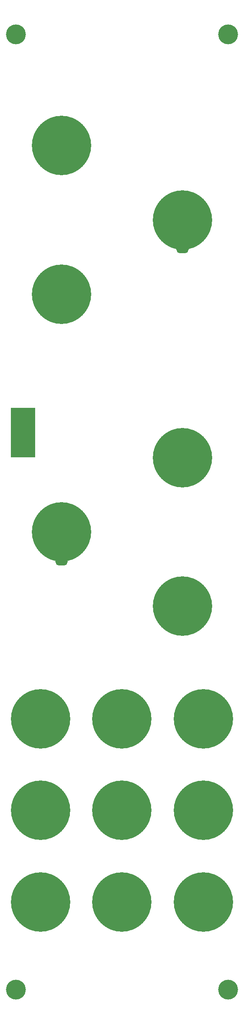
<source format=gbs>
%TF.GenerationSoftware,KiCad,Pcbnew,9.0.4*%
%TF.CreationDate,2025-10-04T20:48:30+02:00*%
%TF.ProjectId,DMH_Dual_VCA_Mk2_PANEL,444d485f-4475-4616-9c5f-5643415f4d6b,rev?*%
%TF.SameCoordinates,Original*%
%TF.FileFunction,Soldermask,Bot*%
%TF.FilePolarity,Negative*%
%FSLAX46Y46*%
G04 Gerber Fmt 4.6, Leading zero omitted, Abs format (unit mm)*
G04 Created by KiCad (PCBNEW 9.0.4) date 2025-10-04 20:48:30*
%MOMM*%
%LPD*%
G01*
G04 APERTURE LIST*
%ADD10C,0.500000*%
%ADD11C,12.000000*%
%ADD12C,4.000000*%
%ADD13O,2.500000X1.500000*%
%ADD14R,5.000000X10.000000*%
G04 APERTURE END LIST*
D10*
%TO.C,H9*%
X52800000Y-190250000D03*
X54460000Y-186220000D03*
X54470000Y-194290000D03*
X58500000Y-184550000D03*
D11*
X58500000Y-190250000D03*
D10*
X58500000Y-195950000D03*
X62530000Y-194290000D03*
X62540000Y-186220000D03*
X64200000Y-190250000D03*
%TD*%
D12*
%TO.C,H3*%
X53500000Y-226500000D03*
%TD*%
D10*
%TO.C,H8*%
X52800000Y-171750000D03*
X54460000Y-167720000D03*
X54470000Y-175790000D03*
X58500000Y-166050000D03*
D11*
X58500000Y-171750000D03*
D10*
X58500000Y-177450000D03*
X62530000Y-175790000D03*
X62540000Y-167720000D03*
X64200000Y-171750000D03*
%TD*%
%TO.C,H15*%
X69300000Y-171750000D03*
X70960000Y-167720000D03*
X70970000Y-175790000D03*
X75000000Y-166050000D03*
D11*
X75000000Y-171750000D03*
D10*
X75000000Y-177450000D03*
X79030000Y-175790000D03*
X79040000Y-167720000D03*
X80700000Y-171750000D03*
%TD*%
D11*
%TO.C,H13*%
X87250000Y-119000000D03*
%TD*%
%TO.C,H14*%
X87250000Y-149000000D03*
%TD*%
D10*
%TO.C,H17*%
X69300000Y-190250000D03*
X70960000Y-186220000D03*
X70970000Y-194290000D03*
X75000000Y-184550000D03*
D11*
X75000000Y-190250000D03*
D10*
X75000000Y-195950000D03*
X79030000Y-194290000D03*
X79040000Y-186220000D03*
X80700000Y-190250000D03*
%TD*%
%TO.C,H10*%
X85800000Y-171750000D03*
X87460000Y-167720000D03*
X87470000Y-175790000D03*
X91500000Y-166050000D03*
D11*
X91500000Y-171750000D03*
D10*
X91500000Y-177450000D03*
X95530000Y-175790000D03*
X95540000Y-167720000D03*
X97200000Y-171750000D03*
%TD*%
D11*
%TO.C,H5*%
X87250000Y-71000000D03*
D13*
X87250000Y-77000000D03*
%TD*%
D10*
%TO.C,H11*%
X52800000Y-208750000D03*
X54460000Y-204720000D03*
X54470000Y-212790000D03*
X58500000Y-203050000D03*
D11*
X58500000Y-208750000D03*
D10*
X58500000Y-214450000D03*
X62530000Y-212790000D03*
X62540000Y-204720000D03*
X64200000Y-208750000D03*
%TD*%
%TO.C,H19*%
X85800000Y-208750000D03*
X87460000Y-204720000D03*
X87470000Y-212790000D03*
X91500000Y-203050000D03*
D11*
X91500000Y-208750000D03*
D10*
X91500000Y-214450000D03*
X95530000Y-212790000D03*
X95540000Y-204720000D03*
X97200000Y-208750000D03*
%TD*%
D12*
%TO.C,H2*%
X96500000Y-33500000D03*
%TD*%
%TO.C,H4*%
X96500000Y-226500000D03*
%TD*%
D10*
%TO.C,H18*%
X85800000Y-190250000D03*
X87460000Y-186220000D03*
X87470000Y-194290000D03*
X91500000Y-184550000D03*
D11*
X91500000Y-190250000D03*
D10*
X91500000Y-195950000D03*
X95530000Y-194290000D03*
X95540000Y-186220000D03*
X97200000Y-190250000D03*
%TD*%
D11*
%TO.C,H6*%
X62750000Y-56000000D03*
%TD*%
D12*
%TO.C,H1*%
X53500000Y-33500000D03*
%TD*%
D11*
%TO.C,H7*%
X62750000Y-86000000D03*
%TD*%
D10*
%TO.C,H16*%
X69300000Y-208750000D03*
X70960000Y-204720000D03*
X70970000Y-212790000D03*
X75000000Y-203050000D03*
D11*
X75000000Y-208750000D03*
D10*
X75000000Y-214450000D03*
X79030000Y-212790000D03*
X79040000Y-204720000D03*
X80700000Y-208750000D03*
%TD*%
D11*
%TO.C,H12*%
X62750000Y-134000000D03*
D13*
X62750000Y-140000000D03*
%TD*%
D14*
%TO.C,J0*%
X55000000Y-114000000D03*
%TD*%
M02*

</source>
